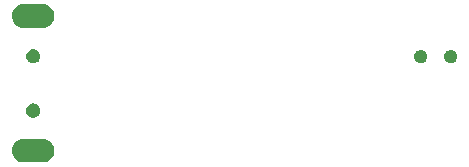
<source format=gbr>
G04 #@! TF.GenerationSoftware,KiCad,Pcbnew,5.0.2+dfsg1-1*
G04 #@! TF.CreationDate,2021-08-05T15:22:36-03:00*
G04 #@! TF.ProjectId,universerial,756e6976-6572-4736-9572-69616c2e6b69,rev?*
G04 #@! TF.SameCoordinates,Original*
G04 #@! TF.FileFunction,Soldermask,Bot*
G04 #@! TF.FilePolarity,Negative*
%FSLAX46Y46*%
G04 Gerber Fmt 4.6, Leading zero omitted, Abs format (unit mm)*
G04 Created by KiCad (PCBNEW 5.0.2+dfsg1-1) date Thu Aug  5 15:22:36 2021*
%MOMM*%
%LPD*%
G01*
G04 APERTURE LIST*
%ADD10C,0.100000*%
G04 APERTURE END LIST*
D10*
G36*
X110426232Y-102233483D02*
X110614919Y-102290721D01*
X110788817Y-102383671D01*
X110941239Y-102508761D01*
X111066329Y-102661183D01*
X111159279Y-102835081D01*
X111216517Y-103023768D01*
X111235843Y-103220000D01*
X111216517Y-103416232D01*
X111159279Y-103604919D01*
X111066329Y-103778817D01*
X110941239Y-103931239D01*
X110788817Y-104056329D01*
X110614919Y-104149279D01*
X110426232Y-104206517D01*
X110279176Y-104221000D01*
X108580824Y-104221000D01*
X108433768Y-104206517D01*
X108245081Y-104149279D01*
X108071183Y-104056329D01*
X107918761Y-103931239D01*
X107793671Y-103778817D01*
X107700721Y-103604919D01*
X107643483Y-103416232D01*
X107624157Y-103220000D01*
X107643483Y-103023768D01*
X107700721Y-102835081D01*
X107793671Y-102661183D01*
X107918761Y-102508761D01*
X108071183Y-102383671D01*
X108245081Y-102290721D01*
X108433768Y-102233483D01*
X108580824Y-102219000D01*
X110279176Y-102219000D01*
X110426232Y-102233483D01*
X110426232Y-102233483D01*
G37*
G36*
X109605305Y-99242096D02*
X109714680Y-99287400D01*
X109813118Y-99353175D01*
X109896825Y-99436882D01*
X109962600Y-99535320D01*
X110007904Y-99644695D01*
X110031000Y-99760806D01*
X110031000Y-99879194D01*
X110007904Y-99995305D01*
X109962600Y-100104680D01*
X109896825Y-100203118D01*
X109813118Y-100286825D01*
X109714680Y-100352600D01*
X109605305Y-100397904D01*
X109489194Y-100421000D01*
X109370806Y-100421000D01*
X109254695Y-100397904D01*
X109145320Y-100352600D01*
X109046882Y-100286825D01*
X108963175Y-100203118D01*
X108897400Y-100104680D01*
X108852096Y-99995305D01*
X108829000Y-99879194D01*
X108829000Y-99760806D01*
X108852096Y-99644695D01*
X108897400Y-99535320D01*
X108963175Y-99436882D01*
X109046882Y-99353175D01*
X109145320Y-99287400D01*
X109254695Y-99242096D01*
X109370806Y-99219000D01*
X109489194Y-99219000D01*
X109605305Y-99242096D01*
X109605305Y-99242096D01*
G37*
G36*
X109605305Y-94642096D02*
X109714680Y-94687400D01*
X109813118Y-94753175D01*
X109896825Y-94836882D01*
X109962600Y-94935320D01*
X110007904Y-95044695D01*
X110031000Y-95160806D01*
X110031000Y-95279194D01*
X110007904Y-95395305D01*
X109962600Y-95504680D01*
X109896825Y-95603118D01*
X109813118Y-95686825D01*
X109714680Y-95752600D01*
X109605305Y-95797904D01*
X109489194Y-95821000D01*
X109370806Y-95821000D01*
X109254695Y-95797904D01*
X109145320Y-95752600D01*
X109046882Y-95686825D01*
X108963175Y-95603118D01*
X108897400Y-95504680D01*
X108852096Y-95395305D01*
X108829000Y-95279194D01*
X108829000Y-95160806D01*
X108852096Y-95044695D01*
X108897400Y-94935320D01*
X108963175Y-94836882D01*
X109046882Y-94753175D01*
X109145320Y-94687400D01*
X109254695Y-94642096D01*
X109370806Y-94619000D01*
X109489194Y-94619000D01*
X109605305Y-94642096D01*
X109605305Y-94642096D01*
G37*
G36*
X144940721Y-94720174D02*
X145040995Y-94761709D01*
X145131245Y-94822012D01*
X145207988Y-94898755D01*
X145268291Y-94989005D01*
X145309826Y-95089279D01*
X145331000Y-95195730D01*
X145331000Y-95304270D01*
X145309826Y-95410721D01*
X145268291Y-95510995D01*
X145207988Y-95601245D01*
X145131245Y-95677988D01*
X145040995Y-95738291D01*
X144940721Y-95779826D01*
X144834270Y-95801000D01*
X144725730Y-95801000D01*
X144619279Y-95779826D01*
X144519005Y-95738291D01*
X144428755Y-95677988D01*
X144352012Y-95601245D01*
X144291709Y-95510995D01*
X144250174Y-95410721D01*
X144229000Y-95304270D01*
X144229000Y-95195730D01*
X144250174Y-95089279D01*
X144291709Y-94989005D01*
X144352012Y-94898755D01*
X144428755Y-94822012D01*
X144519005Y-94761709D01*
X144619279Y-94720174D01*
X144725730Y-94699000D01*
X144834270Y-94699000D01*
X144940721Y-94720174D01*
X144940721Y-94720174D01*
G37*
G36*
X142400721Y-94720174D02*
X142500995Y-94761709D01*
X142591245Y-94822012D01*
X142667988Y-94898755D01*
X142728291Y-94989005D01*
X142769826Y-95089279D01*
X142791000Y-95195730D01*
X142791000Y-95304270D01*
X142769826Y-95410721D01*
X142728291Y-95510995D01*
X142667988Y-95601245D01*
X142591245Y-95677988D01*
X142500995Y-95738291D01*
X142400721Y-95779826D01*
X142294270Y-95801000D01*
X142185730Y-95801000D01*
X142079279Y-95779826D01*
X141979005Y-95738291D01*
X141888755Y-95677988D01*
X141812012Y-95601245D01*
X141751709Y-95510995D01*
X141710174Y-95410721D01*
X141689000Y-95304270D01*
X141689000Y-95195730D01*
X141710174Y-95089279D01*
X141751709Y-94989005D01*
X141812012Y-94898755D01*
X141888755Y-94822012D01*
X141979005Y-94761709D01*
X142079279Y-94720174D01*
X142185730Y-94699000D01*
X142294270Y-94699000D01*
X142400721Y-94720174D01*
X142400721Y-94720174D01*
G37*
G36*
X110426232Y-90833483D02*
X110614919Y-90890721D01*
X110788817Y-90983671D01*
X110941239Y-91108761D01*
X111066329Y-91261183D01*
X111159279Y-91435081D01*
X111216517Y-91623768D01*
X111235843Y-91820000D01*
X111216517Y-92016232D01*
X111159279Y-92204919D01*
X111066329Y-92378817D01*
X110941239Y-92531239D01*
X110788817Y-92656329D01*
X110614919Y-92749279D01*
X110426232Y-92806517D01*
X110279176Y-92821000D01*
X108580824Y-92821000D01*
X108433768Y-92806517D01*
X108245081Y-92749279D01*
X108071183Y-92656329D01*
X107918761Y-92531239D01*
X107793671Y-92378817D01*
X107700721Y-92204919D01*
X107643483Y-92016232D01*
X107624157Y-91820000D01*
X107643483Y-91623768D01*
X107700721Y-91435081D01*
X107793671Y-91261183D01*
X107918761Y-91108761D01*
X108071183Y-90983671D01*
X108245081Y-90890721D01*
X108433768Y-90833483D01*
X108580824Y-90819000D01*
X110279176Y-90819000D01*
X110426232Y-90833483D01*
X110426232Y-90833483D01*
G37*
M02*

</source>
